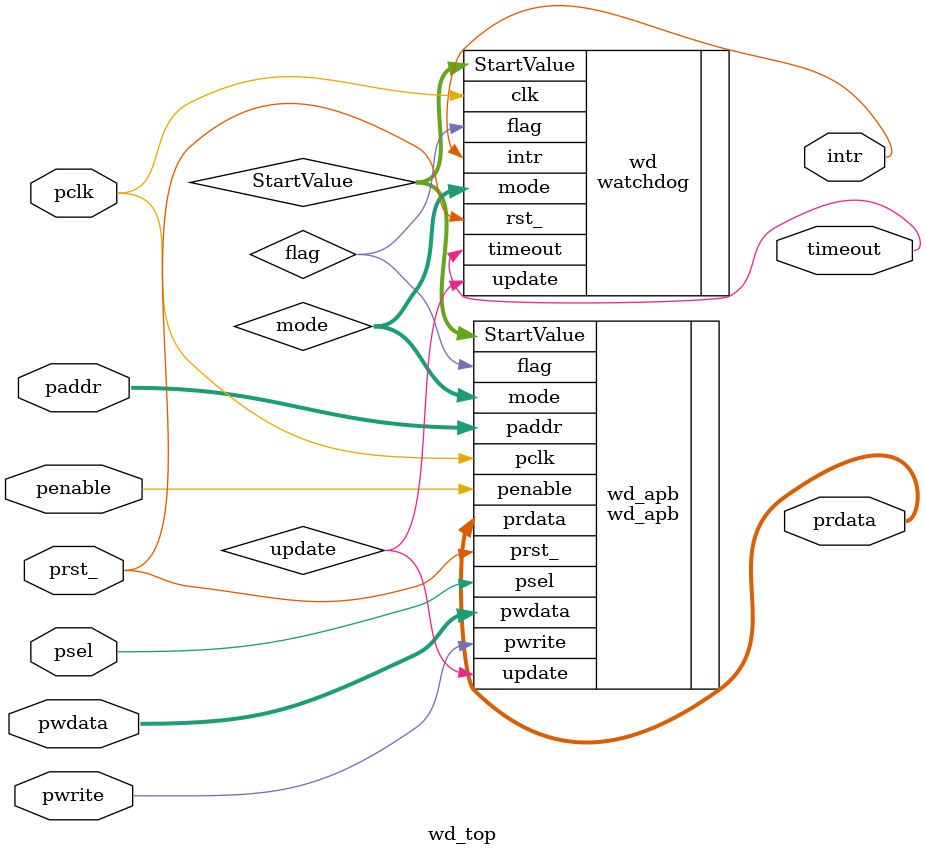
<source format=v>
/*
* watch dog top module
  * */

 module wd_top( input pclk,
                input prst_,
                input pwrite,
                input psel,
                input penable,
                input   [7:0]   paddr,
                input   [7:0]   pwdata,
                output  [7:0]   prdata,
                output          timeout,
                output          intr
              );

wire  [31:0]  StartValue;
wire  [1:0]   mode;
wire  flag;
wire  update;

wd_apb wd_apb(  .pclk(pclk),
                .prst_(prst_),
                .pwrite(pwrite),
                .psel(psel),
                .penable(penable),
                .paddr(paddr),
                .pwdata(pwdata),
                .prdata(prdata),
                .flag(flag),
                .mode(mode),
                .update(update),
                .StartValue(StartValue)
               
);            
watchdog wd(  .clk(pclk),
              .rst_(prst_),
              .flag(flag),
              .mode(mode),
              .update(update),
              .StartValue(StartValue),
              .timeout(timeout),
              .intr(intr)

);
 endmodule

</source>
